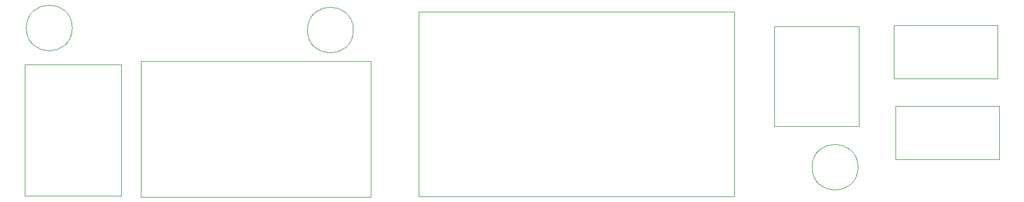
<source format=gbr>
%TF.GenerationSoftware,KiCad,Pcbnew,(5.1.12)-1*%
%TF.CreationDate,2021-12-25T08:53:35+00:00*%
%TF.ProjectId,ledDeviceServerEsp32Pio,6c656444-6576-4696-9365-536572766572,rev?*%
%TF.SameCoordinates,Original*%
%TF.FileFunction,Other,User*%
%FSLAX46Y46*%
G04 Gerber Fmt 4.6, Leading zero omitted, Abs format (unit mm)*
G04 Created by KiCad (PCBNEW (5.1.12)-1) date 2021-12-25 08:53:35*
%MOMM*%
%LPD*%
G01*
G04 APERTURE LIST*
%ADD10C,0.050000*%
%ADD11C,0.120000*%
G04 APERTURE END LIST*
D10*
%TO.C,JStrip1*%
X146124000Y-18225000D02*
X161724000Y-18225000D01*
X146124000Y-18225000D02*
X146124000Y-26225000D01*
X161724000Y-26225000D02*
X161724000Y-18225000D01*
X161724000Y-26225000D02*
X146124000Y-26225000D01*
%TO.C,H1*%
X22690500Y-18605500D02*
G75*
G03*
X22690500Y-18605500I-3450000J0D01*
G01*
%TO.C,H2*%
X64918000Y-18923000D02*
G75*
G03*
X64918000Y-18923000I-3450000J0D01*
G01*
%TO.C,H3*%
X140737000Y-39624000D02*
G75*
G03*
X140737000Y-39624000I-3450000J0D01*
G01*
D11*
%TO.C,JAC1*%
X30057500Y-43915000D02*
X30057500Y-24115000D01*
X15557500Y-43915000D02*
X15557500Y-24115000D01*
X30057500Y-43915000D02*
X15557500Y-43915000D01*
X15557500Y-24115000D02*
X30057500Y-24115000D01*
D10*
%TO.C,JStrip2*%
X161978000Y-38417000D02*
X146378000Y-38417000D01*
X161978000Y-38417000D02*
X161978000Y-30417000D01*
X146378000Y-30417000D02*
X146378000Y-38417000D01*
X146378000Y-30417000D02*
X161978000Y-30417000D01*
%TO.C,PS1*%
X33010000Y-44119000D02*
X67510000Y-44119000D01*
X67510000Y-44119000D02*
X67510000Y-23619000D01*
X67510000Y-23619000D02*
X33010000Y-23619000D01*
X33010000Y-23619000D02*
X33010000Y-44119000D01*
%TO.C,U1*%
X122137720Y-44045320D02*
X74717720Y-44045320D01*
X74717720Y-16145320D02*
X122137720Y-16145320D01*
X74717720Y-44045320D02*
X74717720Y-16145320D01*
X122137720Y-16145320D02*
X122137720Y-44045320D01*
D11*
%TO.C,U2*%
X140906500Y-18351500D02*
X140906500Y-33451500D01*
X128206500Y-18351500D02*
X128206500Y-33451500D01*
X140906500Y-18351500D02*
X128206500Y-18351500D01*
X140906500Y-33451500D02*
X128206500Y-33451500D01*
%TD*%
M02*

</source>
